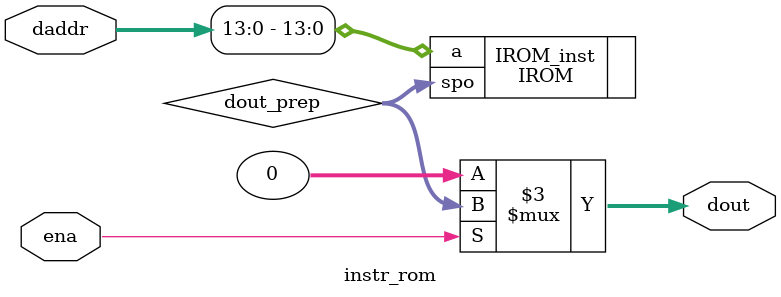
<source format=sv>
`timescale 1ns / 1ps


module instr_rom #(
    parameter   DATAWIDTH   =   32  ,
    parameter   RAMWIDTH    =   8   ,
    parameter   RAMDEPTH    =   8  
)(
    input  logic                   ena      ,
    input  logic [DATAWIDTH - 1:0] daddr    ,
    output logic [DATAWIDTH - 1:0] dout   
);

    logic [DATAWIDTH - 1:0] dout_prep;

    IROM IROM_inst (
        .a(daddr[13:0]),      // input wire [13 : 0] a
        .spo(dout_prep)  // output wire [31 : 0] spo
    );

    always_comb begin
        if (ena) begin
            dout = dout_prep;
        end else begin
            dout = {DATAWIDTH{1'b0}};
        end
    end


endmodule

</source>
